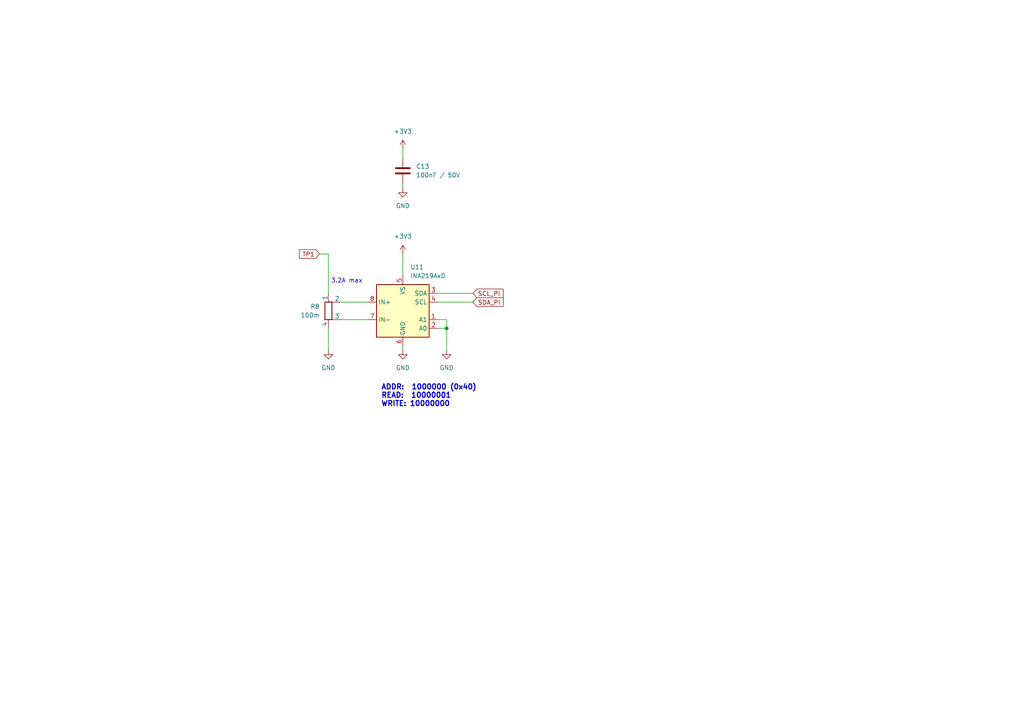
<source format=kicad_sch>
(kicad_sch (version 20250114) (generator "eeschema") (generator_version "9.0")
  (paper "A4")
  (lib_symbols
    (symbol "Device:C" (pin_numbers (hide yes)) (pin_names (offset 0.254))
      (property "Reference" "C" (at 0.635 2.54 0))
      (property "Value" "C" (at 0.635 -2.54 0))
      (symbol "C_0_1"
        (polyline (pts (xy -2.032 0.762) (xy 2.032 0.762)) (stroke (width 0.508)))
        (polyline (pts (xy -2.032 -0.762) (xy 2.032 -0.762)) (stroke (width 0.508)))
      )
      (symbol "C_1_1"
        (pin passive line (at 0 3.81 270) (length 2.794) (name "~") (number "1"))
        (pin passive line (at 0 -3.81 90) (length 2.794) (name "~") (number "2"))
      )
    )
    (symbol "Device:R_Shunt" (pin_numbers (hide yes)) (pin_names (offset 0))
      (property "Reference" "R" (at -4.445 0 90))
      (property "Value" "R_Shunt" (at -2.54 0 90))
      (symbol "R_Shunt_0_1"
        (rectangle (start -1.016 -2.54) (end 1.016 2.54) (stroke (width 0.254)))
        (polyline (pts (xy 0 -2.54) (xy 1.27 -2.54)))
        (polyline (pts (xy 1.27 2.54) (xy 0 2.54)))
      )
      (symbol "R_Shunt_1_1"
        (pin passive line (at 0 5.08 270) (length 2.54) (name "1") (number "1"))
        (pin passive line (at 0 -5.08 90) (length 2.54) (name "4") (number "4"))
        (pin passive line (at 3.81 2.54 180) (length 2.54) (name "2") (number "2"))
        (pin passive line (at 3.81 -2.54 180) (length 2.54) (name "3") (number "3"))
      )
    )
    (symbol "Sensor_Energy:INA219AxD"
      (property "Reference" "U" (at -6.35 8.89 0))
      (property "Value" "INA219AxD" (at 5.08 8.89 0))
      (symbol "INA219AxD_0_1"
        (rectangle (start -7.62 7.62) (end 7.62 -7.62) (stroke (width 0.254)) (fill (type background)))
      )
      (symbol "INA219AxD_1_1"
        (pin input line (at -10.16 2.54 0) (length 2.54) (name "IN+") (number "8"))
        (pin input line (at -10.16 -2.54 0) (length 2.54) (name "IN-") (number "7"))
        (pin power_in line (at 0 10.16 270) (length 2.54) (name "VS") (number "5"))
        (pin power_in line (at 0 -10.16 90) (length 2.54) (name "GND") (number "6"))
        (pin bidirectional line (at 10.16 5.08 180) (length 2.54) (name "SDA") (number "3"))
        (pin input line (at 10.16 2.54 180) (length 2.54) (name "SCL") (number "4"))
        (pin input line (at 10.16 -2.54 180) (length 2.54) (name "A1") (number "1"))
        (pin input line (at 10.16 -5.08 180) (length 2.54) (name "A0") (number "2"))
      )
    )
    (symbol "power:+3V3" (power) (pin_numbers (hide yes)) (pin_names (offset 0) (hide yes))
      (property "Value" "+3V3" (at 0 3.556 0))
      (symbol "+3V3_0_1"
        (polyline (pts (xy -0.762 1.27) (xy 0 2.54)))
        (polyline (pts (xy 0 2.54) (xy 0.762 1.27)))
        (polyline (pts (xy 0 0) (xy 0 2.54)))
      )
      (symbol "+3V3_1_1"
        (pin power_in line (at 0 0 90) (length 0) (name "~") (number "1"))
      )
    )
    (symbol "power:GND" (power) (pin_numbers (hide yes)) (pin_names (offset 0) (hide yes))
      (property "Value" "GND" (at 0 -3.81 0))
      (symbol "GND_0_1"
        (polyline (pts (xy 0 0) (xy 0 -1.27) (xy 1.27 -1.27) (xy 0 -2.54) (xy -1.27 -1.27) (xy 0 -1.27)))
      )
      (symbol "GND_1_1"
        (pin power_in line (at 0 0 270) (length 0) (name "~") (number "1"))
      )
    )
  )
  (text "3.2A max" (at 100.584 81.534 0) (effects (font (size 1.27 1.27))))
  (text "ADDR:  1000000 (0x40)\nREAD:  10000001\nWRITE: 10000000" (at 110.49 114.808 0) (effects (font (size 1.5 1.5) (thickness 0.3) (bold yes)) (justify left)))
  (junction (at 129.54 95.25))
  (wire (pts (xy 116.84 43.18) (xy 116.84 45.72)))
  (wire (pts (xy 129.54 92.71) (xy 129.54 95.25)))
  (wire (pts (xy 129.54 95.25) (xy 129.54 101.6)))
  (wire (pts (xy 116.84 73.66) (xy 116.84 80.01)))
  (wire (pts (xy 127 95.25) (xy 129.54 95.25)))
  (wire (pts (xy 116.84 53.34) (xy 116.84 54.61)))
  (wire (pts (xy 95.25 95.25) (xy 95.25 101.6)))
  (wire (pts (xy 116.84 100.33) (xy 116.84 101.6)))
  (wire (pts (xy 92.71 73.66) (xy 95.25 73.66)))
  (wire (pts (xy 127 87.63) (xy 137.16 87.63)))
  (wire (pts (xy 127 92.71) (xy 129.54 92.71)))
  (wire (pts (xy 95.25 73.66) (xy 95.25 85.09)))
  (wire (pts (xy 99.06 92.71) (xy 106.68 92.71)))
  (wire (pts (xy 127 85.09) (xy 137.16 85.09)))
  (wire (pts (xy 99.06 87.63) (xy 106.68 87.63)))
  (global_label "SCL_PI" (shape input) (at 137.16 85.09 0) (property "Intersheetrefs" "${INTERSHEET_REFS}" (effects (hide yes))))
  (global_label "SDA_PI" (shape input) (at 137.16 87.63 0) (property "Intersheetrefs" "${INTERSHEET_REFS}" (effects (hide yes))))
  (global_label "TP1" (shape input) (at 92.71 73.66 180) (property "Intersheetrefs" "${INTERSHEET_REFS}" (effects (hide yes))))
  (symbol (lib_id "Device:R_Shunt") (at 95.25 90.17 0) (unit 1)
    (property "Reference" "R8" (at 92.71 88.8999 0) (effects (justify right)))
    (property "Value" "100m" (at 92.71 91.4399 0) (effects (justify right)))
    (property "Footprint" "Resistor_SMD:R_Shunt_Vishay_WSK2512_6332Metric_T1.19mm" (effects (hide yes)))
    (property "Description" "Shunt resistor" (effects (hide yes)))
  )
  (symbol (lib_id "power:GND") (at 116.84 54.61 0) (unit 1)
    (property "Reference" "#PWR057" (effects (hide yes)))
    (property "Value" "GND" (at 116.84 59.69 0))
    (property "Description" "Power symbol creates a global label with name \"GND\" , ground" (effects (hide yes)))
  )
  (symbol (lib_id "Device:C") (at 116.84 49.53 0) (unit 1)
    (property "Reference" "C13" (at 120.65 48.2599 0) (effects (justify left)))
    (property "Value" "100nF / 50V" (at 120.65 50.7999 0) (effects (justify left)))
    (property "Footprint" "Capacitor_SMD:C_0603_1608Metric" (effects (hide yes)))
    (property "Description" "Unpolarized capacitor" (effects (hide yes)))
  )
  (symbol (lib_id "power:+3V3") (at 116.84 73.66 0) (unit 1)
    (property "Reference" "#PWR052" (effects (hide yes)))
    (property "Value" "+3V3" (at 116.84 68.58 0))
    (property "Description" "Power symbol creates a global label with name \"+3V3\"" (effects (hide yes)))
  )
  (symbol (lib_id "power:GND") (at 129.54 101.6 0) (unit 1)
    (property "Reference" "#PWR054" (effects (hide yes)))
    (property "Value" "GND" (at 129.54 106.68 0))
    (property "Description" "Power symbol creates a global label with name \"GND\" , ground" (effects (hide yes)))
  )
  (symbol (lib_id "power:GND") (at 95.25 101.6 0) (unit 1)
    (property "Reference" "#PWR055" (effects (hide yes)))
    (property "Value" "GND" (at 95.25 106.68 0))
    (property "Description" "Power symbol creates a global label with name \"GND\" , ground" (effects (hide yes)))
  )
  (symbol (lib_id "power:+3V3") (at 116.84 43.18 0) (unit 1)
    (property "Reference" "#PWR056" (effects (hide yes)))
    (property "Value" "+3V3" (at 116.84 38.1 0))
    (property "Description" "Power symbol creates a global label with name \"+3V3\"" (effects (hide yes)))
  )
  (symbol (lib_id "Sensor_Energy:INA219AxD") (at 116.84 90.17 0) (unit 1)
    (property "Reference" "U11" (at 118.9833 77.47 0) (effects (justify left)))
    (property "Value" "INA219AxD" (at 118.9833 80.01 0) (effects (justify left)))
    (property "Footprint" "Package_SO:SOIC-8_3.9x4.9mm_P1.27mm" (effects (hide yes)))
    (property "Datasheet" "http://www.ti.com/lit/ds/symlink/ina219.pdf" (effects (hide yes)))
    (property "Description" "Zero-Drift, Bidirectional Current/Power Monitor (0-26V) With I2C Interface, SOIC-8" (effects (hide yes)))
  )
  (symbol (lib_id "power:GND") (at 116.84 101.6 0) (unit 1)
    (property "Reference" "#PWR053" (effects (hide yes)))
    (property "Value" "GND" (at 116.84 106.68 0))
    (property "Description" "Power symbol creates a global label with name \"GND\" , ground" (effects (hide yes)))
  )
)
</source>
